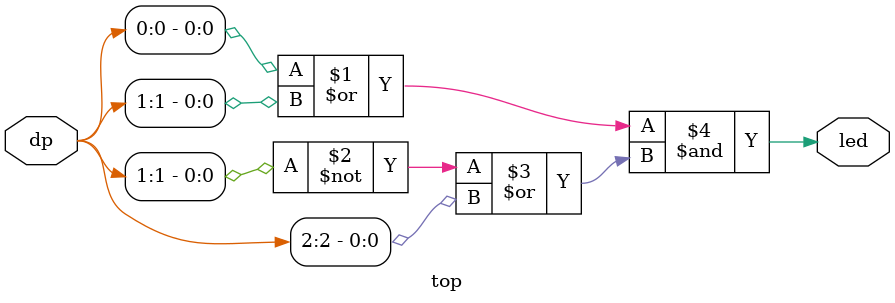
<source format=v>
module top(
	input [2:0]dp,
	output led
);



assign led = (dp[0]|dp[1])&(~dp[1]|dp[2]);

endmodule

</source>
